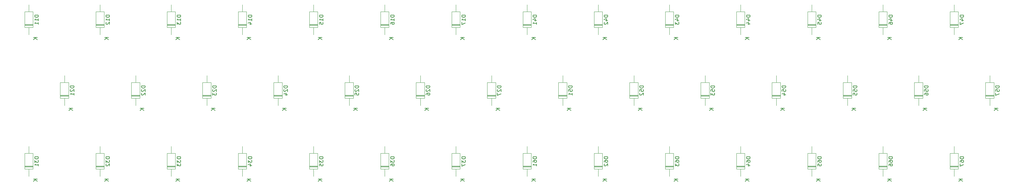
<source format=gbo>
G04 #@! TF.GenerationSoftware,KiCad,Pcbnew,5.0.0-rc1-44a33f2~62~ubuntu16.04.1*
G04 #@! TF.CreationDate,2018-03-08T22:41:24+01:00*
G04 #@! TF.ProjectId,midi314,6D6964693331342E6B696361645F7063,rev?*
G04 #@! TF.SameCoordinates,Original*
G04 #@! TF.FileFunction,Legend,Bot*
G04 #@! TF.FilePolarity,Positive*
%FSLAX46Y46*%
G04 Gerber Fmt 4.6, Leading zero omitted, Abs format (unit mm)*
G04 Created by KiCad (PCBNEW 5.0.0-rc1-44a33f2~62~ubuntu16.04.1) date Thu Mar  8 22:41:24 2018*
%MOMM*%
%LPD*%
G01*
G04 APERTURE LIST*
%ADD10C,0.120000*%
%ADD11C,0.150000*%
G04 APERTURE END LIST*
D10*
X84940000Y-138680000D02*
X82700000Y-138680000D01*
X84940000Y-138440000D02*
X82700000Y-138440000D01*
X84940000Y-138560000D02*
X82700000Y-138560000D01*
X83820000Y-133120000D02*
X83820000Y-135040000D01*
X83820000Y-141200000D02*
X83820000Y-139280000D01*
X84940000Y-135040000D02*
X84940000Y-139280000D01*
X82700000Y-135040000D02*
X84940000Y-135040000D01*
X82700000Y-139280000D02*
X82700000Y-135040000D01*
X84940000Y-139280000D02*
X82700000Y-139280000D01*
X103990000Y-138680000D02*
X101750000Y-138680000D01*
X103990000Y-138440000D02*
X101750000Y-138440000D01*
X103990000Y-138560000D02*
X101750000Y-138560000D01*
X102870000Y-133120000D02*
X102870000Y-135040000D01*
X102870000Y-141200000D02*
X102870000Y-139280000D01*
X103990000Y-135040000D02*
X103990000Y-139280000D01*
X101750000Y-135040000D02*
X103990000Y-135040000D01*
X101750000Y-139280000D02*
X101750000Y-135040000D01*
X103990000Y-139280000D02*
X101750000Y-139280000D01*
X123040000Y-138680000D02*
X120800000Y-138680000D01*
X123040000Y-138440000D02*
X120800000Y-138440000D01*
X123040000Y-138560000D02*
X120800000Y-138560000D01*
X121920000Y-133120000D02*
X121920000Y-135040000D01*
X121920000Y-141200000D02*
X121920000Y-139280000D01*
X123040000Y-135040000D02*
X123040000Y-139280000D01*
X120800000Y-135040000D02*
X123040000Y-135040000D01*
X120800000Y-139280000D02*
X120800000Y-135040000D01*
X123040000Y-139280000D02*
X120800000Y-139280000D01*
X142090000Y-138680000D02*
X139850000Y-138680000D01*
X142090000Y-138440000D02*
X139850000Y-138440000D01*
X142090000Y-138560000D02*
X139850000Y-138560000D01*
X140970000Y-133120000D02*
X140970000Y-135040000D01*
X140970000Y-141200000D02*
X140970000Y-139280000D01*
X142090000Y-135040000D02*
X142090000Y-139280000D01*
X139850000Y-135040000D02*
X142090000Y-135040000D01*
X139850000Y-139280000D02*
X139850000Y-135040000D01*
X142090000Y-139280000D02*
X139850000Y-139280000D01*
X161140000Y-138680000D02*
X158900000Y-138680000D01*
X161140000Y-138440000D02*
X158900000Y-138440000D01*
X161140000Y-138560000D02*
X158900000Y-138560000D01*
X160020000Y-133120000D02*
X160020000Y-135040000D01*
X160020000Y-141200000D02*
X160020000Y-139280000D01*
X161140000Y-135040000D02*
X161140000Y-139280000D01*
X158900000Y-135040000D02*
X161140000Y-135040000D01*
X158900000Y-139280000D02*
X158900000Y-135040000D01*
X161140000Y-139280000D02*
X158900000Y-139280000D01*
X180190000Y-138680000D02*
X177950000Y-138680000D01*
X180190000Y-138440000D02*
X177950000Y-138440000D01*
X180190000Y-138560000D02*
X177950000Y-138560000D01*
X179070000Y-133120000D02*
X179070000Y-135040000D01*
X179070000Y-141200000D02*
X179070000Y-139280000D01*
X180190000Y-135040000D02*
X180190000Y-139280000D01*
X177950000Y-135040000D02*
X180190000Y-135040000D01*
X177950000Y-139280000D02*
X177950000Y-135040000D01*
X180190000Y-139280000D02*
X177950000Y-139280000D01*
X199240000Y-138680000D02*
X197000000Y-138680000D01*
X199240000Y-138440000D02*
X197000000Y-138440000D01*
X199240000Y-138560000D02*
X197000000Y-138560000D01*
X198120000Y-133120000D02*
X198120000Y-135040000D01*
X198120000Y-141200000D02*
X198120000Y-139280000D01*
X199240000Y-135040000D02*
X199240000Y-139280000D01*
X197000000Y-135040000D02*
X199240000Y-135040000D01*
X197000000Y-139280000D02*
X197000000Y-135040000D01*
X199240000Y-139280000D02*
X197000000Y-139280000D01*
X94465000Y-157730000D02*
X92225000Y-157730000D01*
X94465000Y-157490000D02*
X92225000Y-157490000D01*
X94465000Y-157610000D02*
X92225000Y-157610000D01*
X93345000Y-152170000D02*
X93345000Y-154090000D01*
X93345000Y-160250000D02*
X93345000Y-158330000D01*
X94465000Y-154090000D02*
X94465000Y-158330000D01*
X92225000Y-154090000D02*
X94465000Y-154090000D01*
X92225000Y-158330000D02*
X92225000Y-154090000D01*
X94465000Y-158330000D02*
X92225000Y-158330000D01*
X113515000Y-157730000D02*
X111275000Y-157730000D01*
X113515000Y-157490000D02*
X111275000Y-157490000D01*
X113515000Y-157610000D02*
X111275000Y-157610000D01*
X112395000Y-152170000D02*
X112395000Y-154090000D01*
X112395000Y-160250000D02*
X112395000Y-158330000D01*
X113515000Y-154090000D02*
X113515000Y-158330000D01*
X111275000Y-154090000D02*
X113515000Y-154090000D01*
X111275000Y-158330000D02*
X111275000Y-154090000D01*
X113515000Y-158330000D02*
X111275000Y-158330000D01*
X132565000Y-157730000D02*
X130325000Y-157730000D01*
X132565000Y-157490000D02*
X130325000Y-157490000D01*
X132565000Y-157610000D02*
X130325000Y-157610000D01*
X131445000Y-152170000D02*
X131445000Y-154090000D01*
X131445000Y-160250000D02*
X131445000Y-158330000D01*
X132565000Y-154090000D02*
X132565000Y-158330000D01*
X130325000Y-154090000D02*
X132565000Y-154090000D01*
X130325000Y-158330000D02*
X130325000Y-154090000D01*
X132565000Y-158330000D02*
X130325000Y-158330000D01*
X151615000Y-157730000D02*
X149375000Y-157730000D01*
X151615000Y-157490000D02*
X149375000Y-157490000D01*
X151615000Y-157610000D02*
X149375000Y-157610000D01*
X150495000Y-152170000D02*
X150495000Y-154090000D01*
X150495000Y-160250000D02*
X150495000Y-158330000D01*
X151615000Y-154090000D02*
X151615000Y-158330000D01*
X149375000Y-154090000D02*
X151615000Y-154090000D01*
X149375000Y-158330000D02*
X149375000Y-154090000D01*
X151615000Y-158330000D02*
X149375000Y-158330000D01*
X170665000Y-157730000D02*
X168425000Y-157730000D01*
X170665000Y-157490000D02*
X168425000Y-157490000D01*
X170665000Y-157610000D02*
X168425000Y-157610000D01*
X169545000Y-152170000D02*
X169545000Y-154090000D01*
X169545000Y-160250000D02*
X169545000Y-158330000D01*
X170665000Y-154090000D02*
X170665000Y-158330000D01*
X168425000Y-154090000D02*
X170665000Y-154090000D01*
X168425000Y-158330000D02*
X168425000Y-154090000D01*
X170665000Y-158330000D02*
X168425000Y-158330000D01*
X189715000Y-157730000D02*
X187475000Y-157730000D01*
X189715000Y-157490000D02*
X187475000Y-157490000D01*
X189715000Y-157610000D02*
X187475000Y-157610000D01*
X188595000Y-152170000D02*
X188595000Y-154090000D01*
X188595000Y-160250000D02*
X188595000Y-158330000D01*
X189715000Y-154090000D02*
X189715000Y-158330000D01*
X187475000Y-154090000D02*
X189715000Y-154090000D01*
X187475000Y-158330000D02*
X187475000Y-154090000D01*
X189715000Y-158330000D02*
X187475000Y-158330000D01*
X208765000Y-157730000D02*
X206525000Y-157730000D01*
X208765000Y-157490000D02*
X206525000Y-157490000D01*
X208765000Y-157610000D02*
X206525000Y-157610000D01*
X207645000Y-152170000D02*
X207645000Y-154090000D01*
X207645000Y-160250000D02*
X207645000Y-158330000D01*
X208765000Y-154090000D02*
X208765000Y-158330000D01*
X206525000Y-154090000D02*
X208765000Y-154090000D01*
X206525000Y-158330000D02*
X206525000Y-154090000D01*
X208765000Y-158330000D02*
X206525000Y-158330000D01*
X84940000Y-176780000D02*
X82700000Y-176780000D01*
X84940000Y-176540000D02*
X82700000Y-176540000D01*
X84940000Y-176660000D02*
X82700000Y-176660000D01*
X83820000Y-171220000D02*
X83820000Y-173140000D01*
X83820000Y-179300000D02*
X83820000Y-177380000D01*
X84940000Y-173140000D02*
X84940000Y-177380000D01*
X82700000Y-173140000D02*
X84940000Y-173140000D01*
X82700000Y-177380000D02*
X82700000Y-173140000D01*
X84940000Y-177380000D02*
X82700000Y-177380000D01*
X103990000Y-176780000D02*
X101750000Y-176780000D01*
X103990000Y-176540000D02*
X101750000Y-176540000D01*
X103990000Y-176660000D02*
X101750000Y-176660000D01*
X102870000Y-171220000D02*
X102870000Y-173140000D01*
X102870000Y-179300000D02*
X102870000Y-177380000D01*
X103990000Y-173140000D02*
X103990000Y-177380000D01*
X101750000Y-173140000D02*
X103990000Y-173140000D01*
X101750000Y-177380000D02*
X101750000Y-173140000D01*
X103990000Y-177380000D02*
X101750000Y-177380000D01*
X123040000Y-176780000D02*
X120800000Y-176780000D01*
X123040000Y-176540000D02*
X120800000Y-176540000D01*
X123040000Y-176660000D02*
X120800000Y-176660000D01*
X121920000Y-171220000D02*
X121920000Y-173140000D01*
X121920000Y-179300000D02*
X121920000Y-177380000D01*
X123040000Y-173140000D02*
X123040000Y-177380000D01*
X120800000Y-173140000D02*
X123040000Y-173140000D01*
X120800000Y-177380000D02*
X120800000Y-173140000D01*
X123040000Y-177380000D02*
X120800000Y-177380000D01*
X142090000Y-176780000D02*
X139850000Y-176780000D01*
X142090000Y-176540000D02*
X139850000Y-176540000D01*
X142090000Y-176660000D02*
X139850000Y-176660000D01*
X140970000Y-171220000D02*
X140970000Y-173140000D01*
X140970000Y-179300000D02*
X140970000Y-177380000D01*
X142090000Y-173140000D02*
X142090000Y-177380000D01*
X139850000Y-173140000D02*
X142090000Y-173140000D01*
X139850000Y-177380000D02*
X139850000Y-173140000D01*
X142090000Y-177380000D02*
X139850000Y-177380000D01*
X161140000Y-176780000D02*
X158900000Y-176780000D01*
X161140000Y-176540000D02*
X158900000Y-176540000D01*
X161140000Y-176660000D02*
X158900000Y-176660000D01*
X160020000Y-171220000D02*
X160020000Y-173140000D01*
X160020000Y-179300000D02*
X160020000Y-177380000D01*
X161140000Y-173140000D02*
X161140000Y-177380000D01*
X158900000Y-173140000D02*
X161140000Y-173140000D01*
X158900000Y-177380000D02*
X158900000Y-173140000D01*
X161140000Y-177380000D02*
X158900000Y-177380000D01*
X180190000Y-176780000D02*
X177950000Y-176780000D01*
X180190000Y-176540000D02*
X177950000Y-176540000D01*
X180190000Y-176660000D02*
X177950000Y-176660000D01*
X179070000Y-171220000D02*
X179070000Y-173140000D01*
X179070000Y-179300000D02*
X179070000Y-177380000D01*
X180190000Y-173140000D02*
X180190000Y-177380000D01*
X177950000Y-173140000D02*
X180190000Y-173140000D01*
X177950000Y-177380000D02*
X177950000Y-173140000D01*
X180190000Y-177380000D02*
X177950000Y-177380000D01*
X199240000Y-176780000D02*
X197000000Y-176780000D01*
X199240000Y-176540000D02*
X197000000Y-176540000D01*
X199240000Y-176660000D02*
X197000000Y-176660000D01*
X198120000Y-171220000D02*
X198120000Y-173140000D01*
X198120000Y-179300000D02*
X198120000Y-177380000D01*
X199240000Y-173140000D02*
X199240000Y-177380000D01*
X197000000Y-173140000D02*
X199240000Y-173140000D01*
X197000000Y-177380000D02*
X197000000Y-173140000D01*
X199240000Y-177380000D02*
X197000000Y-177380000D01*
X218290000Y-138680000D02*
X216050000Y-138680000D01*
X218290000Y-138440000D02*
X216050000Y-138440000D01*
X218290000Y-138560000D02*
X216050000Y-138560000D01*
X217170000Y-133120000D02*
X217170000Y-135040000D01*
X217170000Y-141200000D02*
X217170000Y-139280000D01*
X218290000Y-135040000D02*
X218290000Y-139280000D01*
X216050000Y-135040000D02*
X218290000Y-135040000D01*
X216050000Y-139280000D02*
X216050000Y-135040000D01*
X218290000Y-139280000D02*
X216050000Y-139280000D01*
X237340000Y-138680000D02*
X235100000Y-138680000D01*
X237340000Y-138440000D02*
X235100000Y-138440000D01*
X237340000Y-138560000D02*
X235100000Y-138560000D01*
X236220000Y-133120000D02*
X236220000Y-135040000D01*
X236220000Y-141200000D02*
X236220000Y-139280000D01*
X237340000Y-135040000D02*
X237340000Y-139280000D01*
X235100000Y-135040000D02*
X237340000Y-135040000D01*
X235100000Y-139280000D02*
X235100000Y-135040000D01*
X237340000Y-139280000D02*
X235100000Y-139280000D01*
X256390000Y-138680000D02*
X254150000Y-138680000D01*
X256390000Y-138440000D02*
X254150000Y-138440000D01*
X256390000Y-138560000D02*
X254150000Y-138560000D01*
X255270000Y-133120000D02*
X255270000Y-135040000D01*
X255270000Y-141200000D02*
X255270000Y-139280000D01*
X256390000Y-135040000D02*
X256390000Y-139280000D01*
X254150000Y-135040000D02*
X256390000Y-135040000D01*
X254150000Y-139280000D02*
X254150000Y-135040000D01*
X256390000Y-139280000D02*
X254150000Y-139280000D01*
X275440000Y-138680000D02*
X273200000Y-138680000D01*
X275440000Y-138440000D02*
X273200000Y-138440000D01*
X275440000Y-138560000D02*
X273200000Y-138560000D01*
X274320000Y-133120000D02*
X274320000Y-135040000D01*
X274320000Y-141200000D02*
X274320000Y-139280000D01*
X275440000Y-135040000D02*
X275440000Y-139280000D01*
X273200000Y-135040000D02*
X275440000Y-135040000D01*
X273200000Y-139280000D02*
X273200000Y-135040000D01*
X275440000Y-139280000D02*
X273200000Y-139280000D01*
X294490000Y-138680000D02*
X292250000Y-138680000D01*
X294490000Y-138440000D02*
X292250000Y-138440000D01*
X294490000Y-138560000D02*
X292250000Y-138560000D01*
X293370000Y-133120000D02*
X293370000Y-135040000D01*
X293370000Y-141200000D02*
X293370000Y-139280000D01*
X294490000Y-135040000D02*
X294490000Y-139280000D01*
X292250000Y-135040000D02*
X294490000Y-135040000D01*
X292250000Y-139280000D02*
X292250000Y-135040000D01*
X294490000Y-139280000D02*
X292250000Y-139280000D01*
X313540000Y-138680000D02*
X311300000Y-138680000D01*
X313540000Y-138440000D02*
X311300000Y-138440000D01*
X313540000Y-138560000D02*
X311300000Y-138560000D01*
X312420000Y-133120000D02*
X312420000Y-135040000D01*
X312420000Y-141200000D02*
X312420000Y-139280000D01*
X313540000Y-135040000D02*
X313540000Y-139280000D01*
X311300000Y-135040000D02*
X313540000Y-135040000D01*
X311300000Y-139280000D02*
X311300000Y-135040000D01*
X313540000Y-139280000D02*
X311300000Y-139280000D01*
X332590000Y-138680000D02*
X330350000Y-138680000D01*
X332590000Y-138440000D02*
X330350000Y-138440000D01*
X332590000Y-138560000D02*
X330350000Y-138560000D01*
X331470000Y-133120000D02*
X331470000Y-135040000D01*
X331470000Y-141200000D02*
X331470000Y-139280000D01*
X332590000Y-135040000D02*
X332590000Y-139280000D01*
X330350000Y-135040000D02*
X332590000Y-135040000D01*
X330350000Y-139280000D02*
X330350000Y-135040000D01*
X332590000Y-139280000D02*
X330350000Y-139280000D01*
X227815000Y-157730000D02*
X225575000Y-157730000D01*
X227815000Y-157490000D02*
X225575000Y-157490000D01*
X227815000Y-157610000D02*
X225575000Y-157610000D01*
X226695000Y-152170000D02*
X226695000Y-154090000D01*
X226695000Y-160250000D02*
X226695000Y-158330000D01*
X227815000Y-154090000D02*
X227815000Y-158330000D01*
X225575000Y-154090000D02*
X227815000Y-154090000D01*
X225575000Y-158330000D02*
X225575000Y-154090000D01*
X227815000Y-158330000D02*
X225575000Y-158330000D01*
X246865000Y-157730000D02*
X244625000Y-157730000D01*
X246865000Y-157490000D02*
X244625000Y-157490000D01*
X246865000Y-157610000D02*
X244625000Y-157610000D01*
X245745000Y-152170000D02*
X245745000Y-154090000D01*
X245745000Y-160250000D02*
X245745000Y-158330000D01*
X246865000Y-154090000D02*
X246865000Y-158330000D01*
X244625000Y-154090000D02*
X246865000Y-154090000D01*
X244625000Y-158330000D02*
X244625000Y-154090000D01*
X246865000Y-158330000D02*
X244625000Y-158330000D01*
X265915000Y-157730000D02*
X263675000Y-157730000D01*
X265915000Y-157490000D02*
X263675000Y-157490000D01*
X265915000Y-157610000D02*
X263675000Y-157610000D01*
X264795000Y-152170000D02*
X264795000Y-154090000D01*
X264795000Y-160250000D02*
X264795000Y-158330000D01*
X265915000Y-154090000D02*
X265915000Y-158330000D01*
X263675000Y-154090000D02*
X265915000Y-154090000D01*
X263675000Y-158330000D02*
X263675000Y-154090000D01*
X265915000Y-158330000D02*
X263675000Y-158330000D01*
X284965000Y-157730000D02*
X282725000Y-157730000D01*
X284965000Y-157490000D02*
X282725000Y-157490000D01*
X284965000Y-157610000D02*
X282725000Y-157610000D01*
X283845000Y-152170000D02*
X283845000Y-154090000D01*
X283845000Y-160250000D02*
X283845000Y-158330000D01*
X284965000Y-154090000D02*
X284965000Y-158330000D01*
X282725000Y-154090000D02*
X284965000Y-154090000D01*
X282725000Y-158330000D02*
X282725000Y-154090000D01*
X284965000Y-158330000D02*
X282725000Y-158330000D01*
X304015000Y-157730000D02*
X301775000Y-157730000D01*
X304015000Y-157490000D02*
X301775000Y-157490000D01*
X304015000Y-157610000D02*
X301775000Y-157610000D01*
X302895000Y-152170000D02*
X302895000Y-154090000D01*
X302895000Y-160250000D02*
X302895000Y-158330000D01*
X304015000Y-154090000D02*
X304015000Y-158330000D01*
X301775000Y-154090000D02*
X304015000Y-154090000D01*
X301775000Y-158330000D02*
X301775000Y-154090000D01*
X304015000Y-158330000D02*
X301775000Y-158330000D01*
X323065000Y-157730000D02*
X320825000Y-157730000D01*
X323065000Y-157490000D02*
X320825000Y-157490000D01*
X323065000Y-157610000D02*
X320825000Y-157610000D01*
X321945000Y-152170000D02*
X321945000Y-154090000D01*
X321945000Y-160250000D02*
X321945000Y-158330000D01*
X323065000Y-154090000D02*
X323065000Y-158330000D01*
X320825000Y-154090000D02*
X323065000Y-154090000D01*
X320825000Y-158330000D02*
X320825000Y-154090000D01*
X323065000Y-158330000D02*
X320825000Y-158330000D01*
X342115000Y-157730000D02*
X339875000Y-157730000D01*
X342115000Y-157490000D02*
X339875000Y-157490000D01*
X342115000Y-157610000D02*
X339875000Y-157610000D01*
X340995000Y-152170000D02*
X340995000Y-154090000D01*
X340995000Y-160250000D02*
X340995000Y-158330000D01*
X342115000Y-154090000D02*
X342115000Y-158330000D01*
X339875000Y-154090000D02*
X342115000Y-154090000D01*
X339875000Y-158330000D02*
X339875000Y-154090000D01*
X342115000Y-158330000D02*
X339875000Y-158330000D01*
X218290000Y-176780000D02*
X216050000Y-176780000D01*
X218290000Y-176540000D02*
X216050000Y-176540000D01*
X218290000Y-176660000D02*
X216050000Y-176660000D01*
X217170000Y-171220000D02*
X217170000Y-173140000D01*
X217170000Y-179300000D02*
X217170000Y-177380000D01*
X218290000Y-173140000D02*
X218290000Y-177380000D01*
X216050000Y-173140000D02*
X218290000Y-173140000D01*
X216050000Y-177380000D02*
X216050000Y-173140000D01*
X218290000Y-177380000D02*
X216050000Y-177380000D01*
X237340000Y-176780000D02*
X235100000Y-176780000D01*
X237340000Y-176540000D02*
X235100000Y-176540000D01*
X237340000Y-176660000D02*
X235100000Y-176660000D01*
X236220000Y-171220000D02*
X236220000Y-173140000D01*
X236220000Y-179300000D02*
X236220000Y-177380000D01*
X237340000Y-173140000D02*
X237340000Y-177380000D01*
X235100000Y-173140000D02*
X237340000Y-173140000D01*
X235100000Y-177380000D02*
X235100000Y-173140000D01*
X237340000Y-177380000D02*
X235100000Y-177380000D01*
X256390000Y-176780000D02*
X254150000Y-176780000D01*
X256390000Y-176540000D02*
X254150000Y-176540000D01*
X256390000Y-176660000D02*
X254150000Y-176660000D01*
X255270000Y-171220000D02*
X255270000Y-173140000D01*
X255270000Y-179300000D02*
X255270000Y-177380000D01*
X256390000Y-173140000D02*
X256390000Y-177380000D01*
X254150000Y-173140000D02*
X256390000Y-173140000D01*
X254150000Y-177380000D02*
X254150000Y-173140000D01*
X256390000Y-177380000D02*
X254150000Y-177380000D01*
X275440000Y-176780000D02*
X273200000Y-176780000D01*
X275440000Y-176540000D02*
X273200000Y-176540000D01*
X275440000Y-176660000D02*
X273200000Y-176660000D01*
X274320000Y-171220000D02*
X274320000Y-173140000D01*
X274320000Y-179300000D02*
X274320000Y-177380000D01*
X275440000Y-173140000D02*
X275440000Y-177380000D01*
X273200000Y-173140000D02*
X275440000Y-173140000D01*
X273200000Y-177380000D02*
X273200000Y-173140000D01*
X275440000Y-177380000D02*
X273200000Y-177380000D01*
X294490000Y-176780000D02*
X292250000Y-176780000D01*
X294490000Y-176540000D02*
X292250000Y-176540000D01*
X294490000Y-176660000D02*
X292250000Y-176660000D01*
X293370000Y-171220000D02*
X293370000Y-173140000D01*
X293370000Y-179300000D02*
X293370000Y-177380000D01*
X294490000Y-173140000D02*
X294490000Y-177380000D01*
X292250000Y-173140000D02*
X294490000Y-173140000D01*
X292250000Y-177380000D02*
X292250000Y-173140000D01*
X294490000Y-177380000D02*
X292250000Y-177380000D01*
X313540000Y-176780000D02*
X311300000Y-176780000D01*
X313540000Y-176540000D02*
X311300000Y-176540000D01*
X313540000Y-176660000D02*
X311300000Y-176660000D01*
X312420000Y-171220000D02*
X312420000Y-173140000D01*
X312420000Y-179300000D02*
X312420000Y-177380000D01*
X313540000Y-173140000D02*
X313540000Y-177380000D01*
X311300000Y-173140000D02*
X313540000Y-173140000D01*
X311300000Y-177380000D02*
X311300000Y-173140000D01*
X313540000Y-177380000D02*
X311300000Y-177380000D01*
X332590000Y-176780000D02*
X330350000Y-176780000D01*
X332590000Y-176540000D02*
X330350000Y-176540000D01*
X332590000Y-176660000D02*
X330350000Y-176660000D01*
X331470000Y-171220000D02*
X331470000Y-173140000D01*
X331470000Y-179300000D02*
X331470000Y-177380000D01*
X332590000Y-173140000D02*
X332590000Y-177380000D01*
X330350000Y-173140000D02*
X332590000Y-173140000D01*
X330350000Y-177380000D02*
X330350000Y-173140000D01*
X332590000Y-177380000D02*
X330350000Y-177380000D01*
D11*
X86392380Y-135945714D02*
X85392380Y-135945714D01*
X85392380Y-136183809D01*
X85440000Y-136326666D01*
X85535238Y-136421904D01*
X85630476Y-136469523D01*
X85820952Y-136517142D01*
X85963809Y-136517142D01*
X86154285Y-136469523D01*
X86249523Y-136421904D01*
X86344761Y-136326666D01*
X86392380Y-136183809D01*
X86392380Y-135945714D01*
X86392380Y-137469523D02*
X86392380Y-136898095D01*
X86392380Y-137183809D02*
X85392380Y-137183809D01*
X85535238Y-137088571D01*
X85630476Y-136993333D01*
X85678095Y-136898095D01*
X86392380Y-138421904D02*
X86392380Y-137850476D01*
X86392380Y-138136190D02*
X85392380Y-138136190D01*
X85535238Y-138040952D01*
X85630476Y-137945714D01*
X85678095Y-137850476D01*
X86072380Y-141978095D02*
X85072380Y-141978095D01*
X86072380Y-142549523D02*
X85500952Y-142120952D01*
X85072380Y-142549523D02*
X85643809Y-141978095D01*
X105442380Y-135945714D02*
X104442380Y-135945714D01*
X104442380Y-136183809D01*
X104490000Y-136326666D01*
X104585238Y-136421904D01*
X104680476Y-136469523D01*
X104870952Y-136517142D01*
X105013809Y-136517142D01*
X105204285Y-136469523D01*
X105299523Y-136421904D01*
X105394761Y-136326666D01*
X105442380Y-136183809D01*
X105442380Y-135945714D01*
X105442380Y-137469523D02*
X105442380Y-136898095D01*
X105442380Y-137183809D02*
X104442380Y-137183809D01*
X104585238Y-137088571D01*
X104680476Y-136993333D01*
X104728095Y-136898095D01*
X104537619Y-137850476D02*
X104490000Y-137898095D01*
X104442380Y-137993333D01*
X104442380Y-138231428D01*
X104490000Y-138326666D01*
X104537619Y-138374285D01*
X104632857Y-138421904D01*
X104728095Y-138421904D01*
X104870952Y-138374285D01*
X105442380Y-137802857D01*
X105442380Y-138421904D01*
X105122380Y-141978095D02*
X104122380Y-141978095D01*
X105122380Y-142549523D02*
X104550952Y-142120952D01*
X104122380Y-142549523D02*
X104693809Y-141978095D01*
X124492380Y-135945714D02*
X123492380Y-135945714D01*
X123492380Y-136183809D01*
X123540000Y-136326666D01*
X123635238Y-136421904D01*
X123730476Y-136469523D01*
X123920952Y-136517142D01*
X124063809Y-136517142D01*
X124254285Y-136469523D01*
X124349523Y-136421904D01*
X124444761Y-136326666D01*
X124492380Y-136183809D01*
X124492380Y-135945714D01*
X124492380Y-137469523D02*
X124492380Y-136898095D01*
X124492380Y-137183809D02*
X123492380Y-137183809D01*
X123635238Y-137088571D01*
X123730476Y-136993333D01*
X123778095Y-136898095D01*
X123492380Y-137802857D02*
X123492380Y-138421904D01*
X123873333Y-138088571D01*
X123873333Y-138231428D01*
X123920952Y-138326666D01*
X123968571Y-138374285D01*
X124063809Y-138421904D01*
X124301904Y-138421904D01*
X124397142Y-138374285D01*
X124444761Y-138326666D01*
X124492380Y-138231428D01*
X124492380Y-137945714D01*
X124444761Y-137850476D01*
X124397142Y-137802857D01*
X124172380Y-141978095D02*
X123172380Y-141978095D01*
X124172380Y-142549523D02*
X123600952Y-142120952D01*
X123172380Y-142549523D02*
X123743809Y-141978095D01*
X143542380Y-135945714D02*
X142542380Y-135945714D01*
X142542380Y-136183809D01*
X142590000Y-136326666D01*
X142685238Y-136421904D01*
X142780476Y-136469523D01*
X142970952Y-136517142D01*
X143113809Y-136517142D01*
X143304285Y-136469523D01*
X143399523Y-136421904D01*
X143494761Y-136326666D01*
X143542380Y-136183809D01*
X143542380Y-135945714D01*
X143542380Y-137469523D02*
X143542380Y-136898095D01*
X143542380Y-137183809D02*
X142542380Y-137183809D01*
X142685238Y-137088571D01*
X142780476Y-136993333D01*
X142828095Y-136898095D01*
X142875714Y-138326666D02*
X143542380Y-138326666D01*
X142494761Y-138088571D02*
X143209047Y-137850476D01*
X143209047Y-138469523D01*
X143222380Y-141978095D02*
X142222380Y-141978095D01*
X143222380Y-142549523D02*
X142650952Y-142120952D01*
X142222380Y-142549523D02*
X142793809Y-141978095D01*
X162592380Y-135945714D02*
X161592380Y-135945714D01*
X161592380Y-136183809D01*
X161640000Y-136326666D01*
X161735238Y-136421904D01*
X161830476Y-136469523D01*
X162020952Y-136517142D01*
X162163809Y-136517142D01*
X162354285Y-136469523D01*
X162449523Y-136421904D01*
X162544761Y-136326666D01*
X162592380Y-136183809D01*
X162592380Y-135945714D01*
X162592380Y-137469523D02*
X162592380Y-136898095D01*
X162592380Y-137183809D02*
X161592380Y-137183809D01*
X161735238Y-137088571D01*
X161830476Y-136993333D01*
X161878095Y-136898095D01*
X161592380Y-138374285D02*
X161592380Y-137898095D01*
X162068571Y-137850476D01*
X162020952Y-137898095D01*
X161973333Y-137993333D01*
X161973333Y-138231428D01*
X162020952Y-138326666D01*
X162068571Y-138374285D01*
X162163809Y-138421904D01*
X162401904Y-138421904D01*
X162497142Y-138374285D01*
X162544761Y-138326666D01*
X162592380Y-138231428D01*
X162592380Y-137993333D01*
X162544761Y-137898095D01*
X162497142Y-137850476D01*
X162272380Y-141978095D02*
X161272380Y-141978095D01*
X162272380Y-142549523D02*
X161700952Y-142120952D01*
X161272380Y-142549523D02*
X161843809Y-141978095D01*
X181642380Y-135945714D02*
X180642380Y-135945714D01*
X180642380Y-136183809D01*
X180690000Y-136326666D01*
X180785238Y-136421904D01*
X180880476Y-136469523D01*
X181070952Y-136517142D01*
X181213809Y-136517142D01*
X181404285Y-136469523D01*
X181499523Y-136421904D01*
X181594761Y-136326666D01*
X181642380Y-136183809D01*
X181642380Y-135945714D01*
X181642380Y-137469523D02*
X181642380Y-136898095D01*
X181642380Y-137183809D02*
X180642380Y-137183809D01*
X180785238Y-137088571D01*
X180880476Y-136993333D01*
X180928095Y-136898095D01*
X180642380Y-138326666D02*
X180642380Y-138136190D01*
X180690000Y-138040952D01*
X180737619Y-137993333D01*
X180880476Y-137898095D01*
X181070952Y-137850476D01*
X181451904Y-137850476D01*
X181547142Y-137898095D01*
X181594761Y-137945714D01*
X181642380Y-138040952D01*
X181642380Y-138231428D01*
X181594761Y-138326666D01*
X181547142Y-138374285D01*
X181451904Y-138421904D01*
X181213809Y-138421904D01*
X181118571Y-138374285D01*
X181070952Y-138326666D01*
X181023333Y-138231428D01*
X181023333Y-138040952D01*
X181070952Y-137945714D01*
X181118571Y-137898095D01*
X181213809Y-137850476D01*
X181322380Y-141978095D02*
X180322380Y-141978095D01*
X181322380Y-142549523D02*
X180750952Y-142120952D01*
X180322380Y-142549523D02*
X180893809Y-141978095D01*
X200692380Y-135945714D02*
X199692380Y-135945714D01*
X199692380Y-136183809D01*
X199740000Y-136326666D01*
X199835238Y-136421904D01*
X199930476Y-136469523D01*
X200120952Y-136517142D01*
X200263809Y-136517142D01*
X200454285Y-136469523D01*
X200549523Y-136421904D01*
X200644761Y-136326666D01*
X200692380Y-136183809D01*
X200692380Y-135945714D01*
X200692380Y-137469523D02*
X200692380Y-136898095D01*
X200692380Y-137183809D02*
X199692380Y-137183809D01*
X199835238Y-137088571D01*
X199930476Y-136993333D01*
X199978095Y-136898095D01*
X199692380Y-137802857D02*
X199692380Y-138469523D01*
X200692380Y-138040952D01*
X200372380Y-141978095D02*
X199372380Y-141978095D01*
X200372380Y-142549523D02*
X199800952Y-142120952D01*
X199372380Y-142549523D02*
X199943809Y-141978095D01*
X95917380Y-154995714D02*
X94917380Y-154995714D01*
X94917380Y-155233809D01*
X94965000Y-155376666D01*
X95060238Y-155471904D01*
X95155476Y-155519523D01*
X95345952Y-155567142D01*
X95488809Y-155567142D01*
X95679285Y-155519523D01*
X95774523Y-155471904D01*
X95869761Y-155376666D01*
X95917380Y-155233809D01*
X95917380Y-154995714D01*
X95012619Y-155948095D02*
X94965000Y-155995714D01*
X94917380Y-156090952D01*
X94917380Y-156329047D01*
X94965000Y-156424285D01*
X95012619Y-156471904D01*
X95107857Y-156519523D01*
X95203095Y-156519523D01*
X95345952Y-156471904D01*
X95917380Y-155900476D01*
X95917380Y-156519523D01*
X95917380Y-157471904D02*
X95917380Y-156900476D01*
X95917380Y-157186190D02*
X94917380Y-157186190D01*
X95060238Y-157090952D01*
X95155476Y-156995714D01*
X95203095Y-156900476D01*
X95597380Y-161028095D02*
X94597380Y-161028095D01*
X95597380Y-161599523D02*
X95025952Y-161170952D01*
X94597380Y-161599523D02*
X95168809Y-161028095D01*
X114967380Y-154995714D02*
X113967380Y-154995714D01*
X113967380Y-155233809D01*
X114015000Y-155376666D01*
X114110238Y-155471904D01*
X114205476Y-155519523D01*
X114395952Y-155567142D01*
X114538809Y-155567142D01*
X114729285Y-155519523D01*
X114824523Y-155471904D01*
X114919761Y-155376666D01*
X114967380Y-155233809D01*
X114967380Y-154995714D01*
X114062619Y-155948095D02*
X114015000Y-155995714D01*
X113967380Y-156090952D01*
X113967380Y-156329047D01*
X114015000Y-156424285D01*
X114062619Y-156471904D01*
X114157857Y-156519523D01*
X114253095Y-156519523D01*
X114395952Y-156471904D01*
X114967380Y-155900476D01*
X114967380Y-156519523D01*
X114062619Y-156900476D02*
X114015000Y-156948095D01*
X113967380Y-157043333D01*
X113967380Y-157281428D01*
X114015000Y-157376666D01*
X114062619Y-157424285D01*
X114157857Y-157471904D01*
X114253095Y-157471904D01*
X114395952Y-157424285D01*
X114967380Y-156852857D01*
X114967380Y-157471904D01*
X114647380Y-161028095D02*
X113647380Y-161028095D01*
X114647380Y-161599523D02*
X114075952Y-161170952D01*
X113647380Y-161599523D02*
X114218809Y-161028095D01*
X134017380Y-154995714D02*
X133017380Y-154995714D01*
X133017380Y-155233809D01*
X133065000Y-155376666D01*
X133160238Y-155471904D01*
X133255476Y-155519523D01*
X133445952Y-155567142D01*
X133588809Y-155567142D01*
X133779285Y-155519523D01*
X133874523Y-155471904D01*
X133969761Y-155376666D01*
X134017380Y-155233809D01*
X134017380Y-154995714D01*
X133112619Y-155948095D02*
X133065000Y-155995714D01*
X133017380Y-156090952D01*
X133017380Y-156329047D01*
X133065000Y-156424285D01*
X133112619Y-156471904D01*
X133207857Y-156519523D01*
X133303095Y-156519523D01*
X133445952Y-156471904D01*
X134017380Y-155900476D01*
X134017380Y-156519523D01*
X133017380Y-156852857D02*
X133017380Y-157471904D01*
X133398333Y-157138571D01*
X133398333Y-157281428D01*
X133445952Y-157376666D01*
X133493571Y-157424285D01*
X133588809Y-157471904D01*
X133826904Y-157471904D01*
X133922142Y-157424285D01*
X133969761Y-157376666D01*
X134017380Y-157281428D01*
X134017380Y-156995714D01*
X133969761Y-156900476D01*
X133922142Y-156852857D01*
X133697380Y-161028095D02*
X132697380Y-161028095D01*
X133697380Y-161599523D02*
X133125952Y-161170952D01*
X132697380Y-161599523D02*
X133268809Y-161028095D01*
X153067380Y-154995714D02*
X152067380Y-154995714D01*
X152067380Y-155233809D01*
X152115000Y-155376666D01*
X152210238Y-155471904D01*
X152305476Y-155519523D01*
X152495952Y-155567142D01*
X152638809Y-155567142D01*
X152829285Y-155519523D01*
X152924523Y-155471904D01*
X153019761Y-155376666D01*
X153067380Y-155233809D01*
X153067380Y-154995714D01*
X152162619Y-155948095D02*
X152115000Y-155995714D01*
X152067380Y-156090952D01*
X152067380Y-156329047D01*
X152115000Y-156424285D01*
X152162619Y-156471904D01*
X152257857Y-156519523D01*
X152353095Y-156519523D01*
X152495952Y-156471904D01*
X153067380Y-155900476D01*
X153067380Y-156519523D01*
X152400714Y-157376666D02*
X153067380Y-157376666D01*
X152019761Y-157138571D02*
X152734047Y-156900476D01*
X152734047Y-157519523D01*
X152747380Y-161028095D02*
X151747380Y-161028095D01*
X152747380Y-161599523D02*
X152175952Y-161170952D01*
X151747380Y-161599523D02*
X152318809Y-161028095D01*
X172117380Y-154995714D02*
X171117380Y-154995714D01*
X171117380Y-155233809D01*
X171165000Y-155376666D01*
X171260238Y-155471904D01*
X171355476Y-155519523D01*
X171545952Y-155567142D01*
X171688809Y-155567142D01*
X171879285Y-155519523D01*
X171974523Y-155471904D01*
X172069761Y-155376666D01*
X172117380Y-155233809D01*
X172117380Y-154995714D01*
X171212619Y-155948095D02*
X171165000Y-155995714D01*
X171117380Y-156090952D01*
X171117380Y-156329047D01*
X171165000Y-156424285D01*
X171212619Y-156471904D01*
X171307857Y-156519523D01*
X171403095Y-156519523D01*
X171545952Y-156471904D01*
X172117380Y-155900476D01*
X172117380Y-156519523D01*
X171117380Y-157424285D02*
X171117380Y-156948095D01*
X171593571Y-156900476D01*
X171545952Y-156948095D01*
X171498333Y-157043333D01*
X171498333Y-157281428D01*
X171545952Y-157376666D01*
X171593571Y-157424285D01*
X171688809Y-157471904D01*
X171926904Y-157471904D01*
X172022142Y-157424285D01*
X172069761Y-157376666D01*
X172117380Y-157281428D01*
X172117380Y-157043333D01*
X172069761Y-156948095D01*
X172022142Y-156900476D01*
X171797380Y-161028095D02*
X170797380Y-161028095D01*
X171797380Y-161599523D02*
X171225952Y-161170952D01*
X170797380Y-161599523D02*
X171368809Y-161028095D01*
X191167380Y-154995714D02*
X190167380Y-154995714D01*
X190167380Y-155233809D01*
X190215000Y-155376666D01*
X190310238Y-155471904D01*
X190405476Y-155519523D01*
X190595952Y-155567142D01*
X190738809Y-155567142D01*
X190929285Y-155519523D01*
X191024523Y-155471904D01*
X191119761Y-155376666D01*
X191167380Y-155233809D01*
X191167380Y-154995714D01*
X190262619Y-155948095D02*
X190215000Y-155995714D01*
X190167380Y-156090952D01*
X190167380Y-156329047D01*
X190215000Y-156424285D01*
X190262619Y-156471904D01*
X190357857Y-156519523D01*
X190453095Y-156519523D01*
X190595952Y-156471904D01*
X191167380Y-155900476D01*
X191167380Y-156519523D01*
X190167380Y-157376666D02*
X190167380Y-157186190D01*
X190215000Y-157090952D01*
X190262619Y-157043333D01*
X190405476Y-156948095D01*
X190595952Y-156900476D01*
X190976904Y-156900476D01*
X191072142Y-156948095D01*
X191119761Y-156995714D01*
X191167380Y-157090952D01*
X191167380Y-157281428D01*
X191119761Y-157376666D01*
X191072142Y-157424285D01*
X190976904Y-157471904D01*
X190738809Y-157471904D01*
X190643571Y-157424285D01*
X190595952Y-157376666D01*
X190548333Y-157281428D01*
X190548333Y-157090952D01*
X190595952Y-156995714D01*
X190643571Y-156948095D01*
X190738809Y-156900476D01*
X190847380Y-161028095D02*
X189847380Y-161028095D01*
X190847380Y-161599523D02*
X190275952Y-161170952D01*
X189847380Y-161599523D02*
X190418809Y-161028095D01*
X210217380Y-154995714D02*
X209217380Y-154995714D01*
X209217380Y-155233809D01*
X209265000Y-155376666D01*
X209360238Y-155471904D01*
X209455476Y-155519523D01*
X209645952Y-155567142D01*
X209788809Y-155567142D01*
X209979285Y-155519523D01*
X210074523Y-155471904D01*
X210169761Y-155376666D01*
X210217380Y-155233809D01*
X210217380Y-154995714D01*
X209312619Y-155948095D02*
X209265000Y-155995714D01*
X209217380Y-156090952D01*
X209217380Y-156329047D01*
X209265000Y-156424285D01*
X209312619Y-156471904D01*
X209407857Y-156519523D01*
X209503095Y-156519523D01*
X209645952Y-156471904D01*
X210217380Y-155900476D01*
X210217380Y-156519523D01*
X209217380Y-156852857D02*
X209217380Y-157519523D01*
X210217380Y-157090952D01*
X209897380Y-161028095D02*
X208897380Y-161028095D01*
X209897380Y-161599523D02*
X209325952Y-161170952D01*
X208897380Y-161599523D02*
X209468809Y-161028095D01*
X86392380Y-174045714D02*
X85392380Y-174045714D01*
X85392380Y-174283809D01*
X85440000Y-174426666D01*
X85535238Y-174521904D01*
X85630476Y-174569523D01*
X85820952Y-174617142D01*
X85963809Y-174617142D01*
X86154285Y-174569523D01*
X86249523Y-174521904D01*
X86344761Y-174426666D01*
X86392380Y-174283809D01*
X86392380Y-174045714D01*
X85392380Y-174950476D02*
X85392380Y-175569523D01*
X85773333Y-175236190D01*
X85773333Y-175379047D01*
X85820952Y-175474285D01*
X85868571Y-175521904D01*
X85963809Y-175569523D01*
X86201904Y-175569523D01*
X86297142Y-175521904D01*
X86344761Y-175474285D01*
X86392380Y-175379047D01*
X86392380Y-175093333D01*
X86344761Y-174998095D01*
X86297142Y-174950476D01*
X86392380Y-176521904D02*
X86392380Y-175950476D01*
X86392380Y-176236190D02*
X85392380Y-176236190D01*
X85535238Y-176140952D01*
X85630476Y-176045714D01*
X85678095Y-175950476D01*
X86072380Y-180078095D02*
X85072380Y-180078095D01*
X86072380Y-180649523D02*
X85500952Y-180220952D01*
X85072380Y-180649523D02*
X85643809Y-180078095D01*
X105442380Y-174045714D02*
X104442380Y-174045714D01*
X104442380Y-174283809D01*
X104490000Y-174426666D01*
X104585238Y-174521904D01*
X104680476Y-174569523D01*
X104870952Y-174617142D01*
X105013809Y-174617142D01*
X105204285Y-174569523D01*
X105299523Y-174521904D01*
X105394761Y-174426666D01*
X105442380Y-174283809D01*
X105442380Y-174045714D01*
X104442380Y-174950476D02*
X104442380Y-175569523D01*
X104823333Y-175236190D01*
X104823333Y-175379047D01*
X104870952Y-175474285D01*
X104918571Y-175521904D01*
X105013809Y-175569523D01*
X105251904Y-175569523D01*
X105347142Y-175521904D01*
X105394761Y-175474285D01*
X105442380Y-175379047D01*
X105442380Y-175093333D01*
X105394761Y-174998095D01*
X105347142Y-174950476D01*
X104537619Y-175950476D02*
X104490000Y-175998095D01*
X104442380Y-176093333D01*
X104442380Y-176331428D01*
X104490000Y-176426666D01*
X104537619Y-176474285D01*
X104632857Y-176521904D01*
X104728095Y-176521904D01*
X104870952Y-176474285D01*
X105442380Y-175902857D01*
X105442380Y-176521904D01*
X105122380Y-180078095D02*
X104122380Y-180078095D01*
X105122380Y-180649523D02*
X104550952Y-180220952D01*
X104122380Y-180649523D02*
X104693809Y-180078095D01*
X124492380Y-174045714D02*
X123492380Y-174045714D01*
X123492380Y-174283809D01*
X123540000Y-174426666D01*
X123635238Y-174521904D01*
X123730476Y-174569523D01*
X123920952Y-174617142D01*
X124063809Y-174617142D01*
X124254285Y-174569523D01*
X124349523Y-174521904D01*
X124444761Y-174426666D01*
X124492380Y-174283809D01*
X124492380Y-174045714D01*
X123492380Y-174950476D02*
X123492380Y-175569523D01*
X123873333Y-175236190D01*
X123873333Y-175379047D01*
X123920952Y-175474285D01*
X123968571Y-175521904D01*
X124063809Y-175569523D01*
X124301904Y-175569523D01*
X124397142Y-175521904D01*
X124444761Y-175474285D01*
X124492380Y-175379047D01*
X124492380Y-175093333D01*
X124444761Y-174998095D01*
X124397142Y-174950476D01*
X123492380Y-175902857D02*
X123492380Y-176521904D01*
X123873333Y-176188571D01*
X123873333Y-176331428D01*
X123920952Y-176426666D01*
X123968571Y-176474285D01*
X124063809Y-176521904D01*
X124301904Y-176521904D01*
X124397142Y-176474285D01*
X124444761Y-176426666D01*
X124492380Y-176331428D01*
X124492380Y-176045714D01*
X124444761Y-175950476D01*
X124397142Y-175902857D01*
X124172380Y-180078095D02*
X123172380Y-180078095D01*
X124172380Y-180649523D02*
X123600952Y-180220952D01*
X123172380Y-180649523D02*
X123743809Y-180078095D01*
X143542380Y-174045714D02*
X142542380Y-174045714D01*
X142542380Y-174283809D01*
X142590000Y-174426666D01*
X142685238Y-174521904D01*
X142780476Y-174569523D01*
X142970952Y-174617142D01*
X143113809Y-174617142D01*
X143304285Y-174569523D01*
X143399523Y-174521904D01*
X143494761Y-174426666D01*
X143542380Y-174283809D01*
X143542380Y-174045714D01*
X142542380Y-174950476D02*
X142542380Y-175569523D01*
X142923333Y-175236190D01*
X142923333Y-175379047D01*
X142970952Y-175474285D01*
X143018571Y-175521904D01*
X143113809Y-175569523D01*
X143351904Y-175569523D01*
X143447142Y-175521904D01*
X143494761Y-175474285D01*
X143542380Y-175379047D01*
X143542380Y-175093333D01*
X143494761Y-174998095D01*
X143447142Y-174950476D01*
X142875714Y-176426666D02*
X143542380Y-176426666D01*
X142494761Y-176188571D02*
X143209047Y-175950476D01*
X143209047Y-176569523D01*
X143222380Y-180078095D02*
X142222380Y-180078095D01*
X143222380Y-180649523D02*
X142650952Y-180220952D01*
X142222380Y-180649523D02*
X142793809Y-180078095D01*
X162592380Y-174045714D02*
X161592380Y-174045714D01*
X161592380Y-174283809D01*
X161640000Y-174426666D01*
X161735238Y-174521904D01*
X161830476Y-174569523D01*
X162020952Y-174617142D01*
X162163809Y-174617142D01*
X162354285Y-174569523D01*
X162449523Y-174521904D01*
X162544761Y-174426666D01*
X162592380Y-174283809D01*
X162592380Y-174045714D01*
X161592380Y-174950476D02*
X161592380Y-175569523D01*
X161973333Y-175236190D01*
X161973333Y-175379047D01*
X162020952Y-175474285D01*
X162068571Y-175521904D01*
X162163809Y-175569523D01*
X162401904Y-175569523D01*
X162497142Y-175521904D01*
X162544761Y-175474285D01*
X162592380Y-175379047D01*
X162592380Y-175093333D01*
X162544761Y-174998095D01*
X162497142Y-174950476D01*
X161592380Y-176474285D02*
X161592380Y-175998095D01*
X162068571Y-175950476D01*
X162020952Y-175998095D01*
X161973333Y-176093333D01*
X161973333Y-176331428D01*
X162020952Y-176426666D01*
X162068571Y-176474285D01*
X162163809Y-176521904D01*
X162401904Y-176521904D01*
X162497142Y-176474285D01*
X162544761Y-176426666D01*
X162592380Y-176331428D01*
X162592380Y-176093333D01*
X162544761Y-175998095D01*
X162497142Y-175950476D01*
X162272380Y-180078095D02*
X161272380Y-180078095D01*
X162272380Y-180649523D02*
X161700952Y-180220952D01*
X161272380Y-180649523D02*
X161843809Y-180078095D01*
X181642380Y-174045714D02*
X180642380Y-174045714D01*
X180642380Y-174283809D01*
X180690000Y-174426666D01*
X180785238Y-174521904D01*
X180880476Y-174569523D01*
X181070952Y-174617142D01*
X181213809Y-174617142D01*
X181404285Y-174569523D01*
X181499523Y-174521904D01*
X181594761Y-174426666D01*
X181642380Y-174283809D01*
X181642380Y-174045714D01*
X180642380Y-174950476D02*
X180642380Y-175569523D01*
X181023333Y-175236190D01*
X181023333Y-175379047D01*
X181070952Y-175474285D01*
X181118571Y-175521904D01*
X181213809Y-175569523D01*
X181451904Y-175569523D01*
X181547142Y-175521904D01*
X181594761Y-175474285D01*
X181642380Y-175379047D01*
X181642380Y-175093333D01*
X181594761Y-174998095D01*
X181547142Y-174950476D01*
X180642380Y-176426666D02*
X180642380Y-176236190D01*
X180690000Y-176140952D01*
X180737619Y-176093333D01*
X180880476Y-175998095D01*
X181070952Y-175950476D01*
X181451904Y-175950476D01*
X181547142Y-175998095D01*
X181594761Y-176045714D01*
X181642380Y-176140952D01*
X181642380Y-176331428D01*
X181594761Y-176426666D01*
X181547142Y-176474285D01*
X181451904Y-176521904D01*
X181213809Y-176521904D01*
X181118571Y-176474285D01*
X181070952Y-176426666D01*
X181023333Y-176331428D01*
X181023333Y-176140952D01*
X181070952Y-176045714D01*
X181118571Y-175998095D01*
X181213809Y-175950476D01*
X181322380Y-180078095D02*
X180322380Y-180078095D01*
X181322380Y-180649523D02*
X180750952Y-180220952D01*
X180322380Y-180649523D02*
X180893809Y-180078095D01*
X200692380Y-174045714D02*
X199692380Y-174045714D01*
X199692380Y-174283809D01*
X199740000Y-174426666D01*
X199835238Y-174521904D01*
X199930476Y-174569523D01*
X200120952Y-174617142D01*
X200263809Y-174617142D01*
X200454285Y-174569523D01*
X200549523Y-174521904D01*
X200644761Y-174426666D01*
X200692380Y-174283809D01*
X200692380Y-174045714D01*
X199692380Y-174950476D02*
X199692380Y-175569523D01*
X200073333Y-175236190D01*
X200073333Y-175379047D01*
X200120952Y-175474285D01*
X200168571Y-175521904D01*
X200263809Y-175569523D01*
X200501904Y-175569523D01*
X200597142Y-175521904D01*
X200644761Y-175474285D01*
X200692380Y-175379047D01*
X200692380Y-175093333D01*
X200644761Y-174998095D01*
X200597142Y-174950476D01*
X199692380Y-175902857D02*
X199692380Y-176569523D01*
X200692380Y-176140952D01*
X200372380Y-180078095D02*
X199372380Y-180078095D01*
X200372380Y-180649523D02*
X199800952Y-180220952D01*
X199372380Y-180649523D02*
X199943809Y-180078095D01*
X219742380Y-135945714D02*
X218742380Y-135945714D01*
X218742380Y-136183809D01*
X218790000Y-136326666D01*
X218885238Y-136421904D01*
X218980476Y-136469523D01*
X219170952Y-136517142D01*
X219313809Y-136517142D01*
X219504285Y-136469523D01*
X219599523Y-136421904D01*
X219694761Y-136326666D01*
X219742380Y-136183809D01*
X219742380Y-135945714D01*
X219075714Y-137374285D02*
X219742380Y-137374285D01*
X218694761Y-137136190D02*
X219409047Y-136898095D01*
X219409047Y-137517142D01*
X219742380Y-138421904D02*
X219742380Y-137850476D01*
X219742380Y-138136190D02*
X218742380Y-138136190D01*
X218885238Y-138040952D01*
X218980476Y-137945714D01*
X219028095Y-137850476D01*
X219422380Y-141978095D02*
X218422380Y-141978095D01*
X219422380Y-142549523D02*
X218850952Y-142120952D01*
X218422380Y-142549523D02*
X218993809Y-141978095D01*
X238792380Y-135945714D02*
X237792380Y-135945714D01*
X237792380Y-136183809D01*
X237840000Y-136326666D01*
X237935238Y-136421904D01*
X238030476Y-136469523D01*
X238220952Y-136517142D01*
X238363809Y-136517142D01*
X238554285Y-136469523D01*
X238649523Y-136421904D01*
X238744761Y-136326666D01*
X238792380Y-136183809D01*
X238792380Y-135945714D01*
X238125714Y-137374285D02*
X238792380Y-137374285D01*
X237744761Y-137136190D02*
X238459047Y-136898095D01*
X238459047Y-137517142D01*
X237887619Y-137850476D02*
X237840000Y-137898095D01*
X237792380Y-137993333D01*
X237792380Y-138231428D01*
X237840000Y-138326666D01*
X237887619Y-138374285D01*
X237982857Y-138421904D01*
X238078095Y-138421904D01*
X238220952Y-138374285D01*
X238792380Y-137802857D01*
X238792380Y-138421904D01*
X238472380Y-141978095D02*
X237472380Y-141978095D01*
X238472380Y-142549523D02*
X237900952Y-142120952D01*
X237472380Y-142549523D02*
X238043809Y-141978095D01*
X257842380Y-135945714D02*
X256842380Y-135945714D01*
X256842380Y-136183809D01*
X256890000Y-136326666D01*
X256985238Y-136421904D01*
X257080476Y-136469523D01*
X257270952Y-136517142D01*
X257413809Y-136517142D01*
X257604285Y-136469523D01*
X257699523Y-136421904D01*
X257794761Y-136326666D01*
X257842380Y-136183809D01*
X257842380Y-135945714D01*
X257175714Y-137374285D02*
X257842380Y-137374285D01*
X256794761Y-137136190D02*
X257509047Y-136898095D01*
X257509047Y-137517142D01*
X256842380Y-137802857D02*
X256842380Y-138421904D01*
X257223333Y-138088571D01*
X257223333Y-138231428D01*
X257270952Y-138326666D01*
X257318571Y-138374285D01*
X257413809Y-138421904D01*
X257651904Y-138421904D01*
X257747142Y-138374285D01*
X257794761Y-138326666D01*
X257842380Y-138231428D01*
X257842380Y-137945714D01*
X257794761Y-137850476D01*
X257747142Y-137802857D01*
X257522380Y-141978095D02*
X256522380Y-141978095D01*
X257522380Y-142549523D02*
X256950952Y-142120952D01*
X256522380Y-142549523D02*
X257093809Y-141978095D01*
X276892380Y-135945714D02*
X275892380Y-135945714D01*
X275892380Y-136183809D01*
X275940000Y-136326666D01*
X276035238Y-136421904D01*
X276130476Y-136469523D01*
X276320952Y-136517142D01*
X276463809Y-136517142D01*
X276654285Y-136469523D01*
X276749523Y-136421904D01*
X276844761Y-136326666D01*
X276892380Y-136183809D01*
X276892380Y-135945714D01*
X276225714Y-137374285D02*
X276892380Y-137374285D01*
X275844761Y-137136190D02*
X276559047Y-136898095D01*
X276559047Y-137517142D01*
X276225714Y-138326666D02*
X276892380Y-138326666D01*
X275844761Y-138088571D02*
X276559047Y-137850476D01*
X276559047Y-138469523D01*
X276572380Y-141978095D02*
X275572380Y-141978095D01*
X276572380Y-142549523D02*
X276000952Y-142120952D01*
X275572380Y-142549523D02*
X276143809Y-141978095D01*
X295942380Y-135945714D02*
X294942380Y-135945714D01*
X294942380Y-136183809D01*
X294990000Y-136326666D01*
X295085238Y-136421904D01*
X295180476Y-136469523D01*
X295370952Y-136517142D01*
X295513809Y-136517142D01*
X295704285Y-136469523D01*
X295799523Y-136421904D01*
X295894761Y-136326666D01*
X295942380Y-136183809D01*
X295942380Y-135945714D01*
X295275714Y-137374285D02*
X295942380Y-137374285D01*
X294894761Y-137136190D02*
X295609047Y-136898095D01*
X295609047Y-137517142D01*
X294942380Y-138374285D02*
X294942380Y-137898095D01*
X295418571Y-137850476D01*
X295370952Y-137898095D01*
X295323333Y-137993333D01*
X295323333Y-138231428D01*
X295370952Y-138326666D01*
X295418571Y-138374285D01*
X295513809Y-138421904D01*
X295751904Y-138421904D01*
X295847142Y-138374285D01*
X295894761Y-138326666D01*
X295942380Y-138231428D01*
X295942380Y-137993333D01*
X295894761Y-137898095D01*
X295847142Y-137850476D01*
X295622380Y-141978095D02*
X294622380Y-141978095D01*
X295622380Y-142549523D02*
X295050952Y-142120952D01*
X294622380Y-142549523D02*
X295193809Y-141978095D01*
X314992380Y-135945714D02*
X313992380Y-135945714D01*
X313992380Y-136183809D01*
X314040000Y-136326666D01*
X314135238Y-136421904D01*
X314230476Y-136469523D01*
X314420952Y-136517142D01*
X314563809Y-136517142D01*
X314754285Y-136469523D01*
X314849523Y-136421904D01*
X314944761Y-136326666D01*
X314992380Y-136183809D01*
X314992380Y-135945714D01*
X314325714Y-137374285D02*
X314992380Y-137374285D01*
X313944761Y-137136190D02*
X314659047Y-136898095D01*
X314659047Y-137517142D01*
X313992380Y-138326666D02*
X313992380Y-138136190D01*
X314040000Y-138040952D01*
X314087619Y-137993333D01*
X314230476Y-137898095D01*
X314420952Y-137850476D01*
X314801904Y-137850476D01*
X314897142Y-137898095D01*
X314944761Y-137945714D01*
X314992380Y-138040952D01*
X314992380Y-138231428D01*
X314944761Y-138326666D01*
X314897142Y-138374285D01*
X314801904Y-138421904D01*
X314563809Y-138421904D01*
X314468571Y-138374285D01*
X314420952Y-138326666D01*
X314373333Y-138231428D01*
X314373333Y-138040952D01*
X314420952Y-137945714D01*
X314468571Y-137898095D01*
X314563809Y-137850476D01*
X314672380Y-141978095D02*
X313672380Y-141978095D01*
X314672380Y-142549523D02*
X314100952Y-142120952D01*
X313672380Y-142549523D02*
X314243809Y-141978095D01*
X334042380Y-135945714D02*
X333042380Y-135945714D01*
X333042380Y-136183809D01*
X333090000Y-136326666D01*
X333185238Y-136421904D01*
X333280476Y-136469523D01*
X333470952Y-136517142D01*
X333613809Y-136517142D01*
X333804285Y-136469523D01*
X333899523Y-136421904D01*
X333994761Y-136326666D01*
X334042380Y-136183809D01*
X334042380Y-135945714D01*
X333375714Y-137374285D02*
X334042380Y-137374285D01*
X332994761Y-137136190D02*
X333709047Y-136898095D01*
X333709047Y-137517142D01*
X333042380Y-137802857D02*
X333042380Y-138469523D01*
X334042380Y-138040952D01*
X333722380Y-141978095D02*
X332722380Y-141978095D01*
X333722380Y-142549523D02*
X333150952Y-142120952D01*
X332722380Y-142549523D02*
X333293809Y-141978095D01*
X229267380Y-154995714D02*
X228267380Y-154995714D01*
X228267380Y-155233809D01*
X228315000Y-155376666D01*
X228410238Y-155471904D01*
X228505476Y-155519523D01*
X228695952Y-155567142D01*
X228838809Y-155567142D01*
X229029285Y-155519523D01*
X229124523Y-155471904D01*
X229219761Y-155376666D01*
X229267380Y-155233809D01*
X229267380Y-154995714D01*
X228267380Y-156471904D02*
X228267380Y-155995714D01*
X228743571Y-155948095D01*
X228695952Y-155995714D01*
X228648333Y-156090952D01*
X228648333Y-156329047D01*
X228695952Y-156424285D01*
X228743571Y-156471904D01*
X228838809Y-156519523D01*
X229076904Y-156519523D01*
X229172142Y-156471904D01*
X229219761Y-156424285D01*
X229267380Y-156329047D01*
X229267380Y-156090952D01*
X229219761Y-155995714D01*
X229172142Y-155948095D01*
X229267380Y-157471904D02*
X229267380Y-156900476D01*
X229267380Y-157186190D02*
X228267380Y-157186190D01*
X228410238Y-157090952D01*
X228505476Y-156995714D01*
X228553095Y-156900476D01*
X228947380Y-161028095D02*
X227947380Y-161028095D01*
X228947380Y-161599523D02*
X228375952Y-161170952D01*
X227947380Y-161599523D02*
X228518809Y-161028095D01*
X248317380Y-154995714D02*
X247317380Y-154995714D01*
X247317380Y-155233809D01*
X247365000Y-155376666D01*
X247460238Y-155471904D01*
X247555476Y-155519523D01*
X247745952Y-155567142D01*
X247888809Y-155567142D01*
X248079285Y-155519523D01*
X248174523Y-155471904D01*
X248269761Y-155376666D01*
X248317380Y-155233809D01*
X248317380Y-154995714D01*
X247317380Y-156471904D02*
X247317380Y-155995714D01*
X247793571Y-155948095D01*
X247745952Y-155995714D01*
X247698333Y-156090952D01*
X247698333Y-156329047D01*
X247745952Y-156424285D01*
X247793571Y-156471904D01*
X247888809Y-156519523D01*
X248126904Y-156519523D01*
X248222142Y-156471904D01*
X248269761Y-156424285D01*
X248317380Y-156329047D01*
X248317380Y-156090952D01*
X248269761Y-155995714D01*
X248222142Y-155948095D01*
X247412619Y-156900476D02*
X247365000Y-156948095D01*
X247317380Y-157043333D01*
X247317380Y-157281428D01*
X247365000Y-157376666D01*
X247412619Y-157424285D01*
X247507857Y-157471904D01*
X247603095Y-157471904D01*
X247745952Y-157424285D01*
X248317380Y-156852857D01*
X248317380Y-157471904D01*
X247997380Y-161028095D02*
X246997380Y-161028095D01*
X247997380Y-161599523D02*
X247425952Y-161170952D01*
X246997380Y-161599523D02*
X247568809Y-161028095D01*
X267367380Y-154995714D02*
X266367380Y-154995714D01*
X266367380Y-155233809D01*
X266415000Y-155376666D01*
X266510238Y-155471904D01*
X266605476Y-155519523D01*
X266795952Y-155567142D01*
X266938809Y-155567142D01*
X267129285Y-155519523D01*
X267224523Y-155471904D01*
X267319761Y-155376666D01*
X267367380Y-155233809D01*
X267367380Y-154995714D01*
X266367380Y-156471904D02*
X266367380Y-155995714D01*
X266843571Y-155948095D01*
X266795952Y-155995714D01*
X266748333Y-156090952D01*
X266748333Y-156329047D01*
X266795952Y-156424285D01*
X266843571Y-156471904D01*
X266938809Y-156519523D01*
X267176904Y-156519523D01*
X267272142Y-156471904D01*
X267319761Y-156424285D01*
X267367380Y-156329047D01*
X267367380Y-156090952D01*
X267319761Y-155995714D01*
X267272142Y-155948095D01*
X266367380Y-156852857D02*
X266367380Y-157471904D01*
X266748333Y-157138571D01*
X266748333Y-157281428D01*
X266795952Y-157376666D01*
X266843571Y-157424285D01*
X266938809Y-157471904D01*
X267176904Y-157471904D01*
X267272142Y-157424285D01*
X267319761Y-157376666D01*
X267367380Y-157281428D01*
X267367380Y-156995714D01*
X267319761Y-156900476D01*
X267272142Y-156852857D01*
X267047380Y-161028095D02*
X266047380Y-161028095D01*
X267047380Y-161599523D02*
X266475952Y-161170952D01*
X266047380Y-161599523D02*
X266618809Y-161028095D01*
X286417380Y-154995714D02*
X285417380Y-154995714D01*
X285417380Y-155233809D01*
X285465000Y-155376666D01*
X285560238Y-155471904D01*
X285655476Y-155519523D01*
X285845952Y-155567142D01*
X285988809Y-155567142D01*
X286179285Y-155519523D01*
X286274523Y-155471904D01*
X286369761Y-155376666D01*
X286417380Y-155233809D01*
X286417380Y-154995714D01*
X285417380Y-156471904D02*
X285417380Y-155995714D01*
X285893571Y-155948095D01*
X285845952Y-155995714D01*
X285798333Y-156090952D01*
X285798333Y-156329047D01*
X285845952Y-156424285D01*
X285893571Y-156471904D01*
X285988809Y-156519523D01*
X286226904Y-156519523D01*
X286322142Y-156471904D01*
X286369761Y-156424285D01*
X286417380Y-156329047D01*
X286417380Y-156090952D01*
X286369761Y-155995714D01*
X286322142Y-155948095D01*
X285750714Y-157376666D02*
X286417380Y-157376666D01*
X285369761Y-157138571D02*
X286084047Y-156900476D01*
X286084047Y-157519523D01*
X286097380Y-161028095D02*
X285097380Y-161028095D01*
X286097380Y-161599523D02*
X285525952Y-161170952D01*
X285097380Y-161599523D02*
X285668809Y-161028095D01*
X305467380Y-154995714D02*
X304467380Y-154995714D01*
X304467380Y-155233809D01*
X304515000Y-155376666D01*
X304610238Y-155471904D01*
X304705476Y-155519523D01*
X304895952Y-155567142D01*
X305038809Y-155567142D01*
X305229285Y-155519523D01*
X305324523Y-155471904D01*
X305419761Y-155376666D01*
X305467380Y-155233809D01*
X305467380Y-154995714D01*
X304467380Y-156471904D02*
X304467380Y-155995714D01*
X304943571Y-155948095D01*
X304895952Y-155995714D01*
X304848333Y-156090952D01*
X304848333Y-156329047D01*
X304895952Y-156424285D01*
X304943571Y-156471904D01*
X305038809Y-156519523D01*
X305276904Y-156519523D01*
X305372142Y-156471904D01*
X305419761Y-156424285D01*
X305467380Y-156329047D01*
X305467380Y-156090952D01*
X305419761Y-155995714D01*
X305372142Y-155948095D01*
X304467380Y-157424285D02*
X304467380Y-156948095D01*
X304943571Y-156900476D01*
X304895952Y-156948095D01*
X304848333Y-157043333D01*
X304848333Y-157281428D01*
X304895952Y-157376666D01*
X304943571Y-157424285D01*
X305038809Y-157471904D01*
X305276904Y-157471904D01*
X305372142Y-157424285D01*
X305419761Y-157376666D01*
X305467380Y-157281428D01*
X305467380Y-157043333D01*
X305419761Y-156948095D01*
X305372142Y-156900476D01*
X305147380Y-161028095D02*
X304147380Y-161028095D01*
X305147380Y-161599523D02*
X304575952Y-161170952D01*
X304147380Y-161599523D02*
X304718809Y-161028095D01*
X324517380Y-154995714D02*
X323517380Y-154995714D01*
X323517380Y-155233809D01*
X323565000Y-155376666D01*
X323660238Y-155471904D01*
X323755476Y-155519523D01*
X323945952Y-155567142D01*
X324088809Y-155567142D01*
X324279285Y-155519523D01*
X324374523Y-155471904D01*
X324469761Y-155376666D01*
X324517380Y-155233809D01*
X324517380Y-154995714D01*
X323517380Y-156471904D02*
X323517380Y-155995714D01*
X323993571Y-155948095D01*
X323945952Y-155995714D01*
X323898333Y-156090952D01*
X323898333Y-156329047D01*
X323945952Y-156424285D01*
X323993571Y-156471904D01*
X324088809Y-156519523D01*
X324326904Y-156519523D01*
X324422142Y-156471904D01*
X324469761Y-156424285D01*
X324517380Y-156329047D01*
X324517380Y-156090952D01*
X324469761Y-155995714D01*
X324422142Y-155948095D01*
X323517380Y-157376666D02*
X323517380Y-157186190D01*
X323565000Y-157090952D01*
X323612619Y-157043333D01*
X323755476Y-156948095D01*
X323945952Y-156900476D01*
X324326904Y-156900476D01*
X324422142Y-156948095D01*
X324469761Y-156995714D01*
X324517380Y-157090952D01*
X324517380Y-157281428D01*
X324469761Y-157376666D01*
X324422142Y-157424285D01*
X324326904Y-157471904D01*
X324088809Y-157471904D01*
X323993571Y-157424285D01*
X323945952Y-157376666D01*
X323898333Y-157281428D01*
X323898333Y-157090952D01*
X323945952Y-156995714D01*
X323993571Y-156948095D01*
X324088809Y-156900476D01*
X324197380Y-161028095D02*
X323197380Y-161028095D01*
X324197380Y-161599523D02*
X323625952Y-161170952D01*
X323197380Y-161599523D02*
X323768809Y-161028095D01*
X343567380Y-154995714D02*
X342567380Y-154995714D01*
X342567380Y-155233809D01*
X342615000Y-155376666D01*
X342710238Y-155471904D01*
X342805476Y-155519523D01*
X342995952Y-155567142D01*
X343138809Y-155567142D01*
X343329285Y-155519523D01*
X343424523Y-155471904D01*
X343519761Y-155376666D01*
X343567380Y-155233809D01*
X343567380Y-154995714D01*
X342567380Y-156471904D02*
X342567380Y-155995714D01*
X343043571Y-155948095D01*
X342995952Y-155995714D01*
X342948333Y-156090952D01*
X342948333Y-156329047D01*
X342995952Y-156424285D01*
X343043571Y-156471904D01*
X343138809Y-156519523D01*
X343376904Y-156519523D01*
X343472142Y-156471904D01*
X343519761Y-156424285D01*
X343567380Y-156329047D01*
X343567380Y-156090952D01*
X343519761Y-155995714D01*
X343472142Y-155948095D01*
X342567380Y-156852857D02*
X342567380Y-157519523D01*
X343567380Y-157090952D01*
X343247380Y-161028095D02*
X342247380Y-161028095D01*
X343247380Y-161599523D02*
X342675952Y-161170952D01*
X342247380Y-161599523D02*
X342818809Y-161028095D01*
X219742380Y-174045714D02*
X218742380Y-174045714D01*
X218742380Y-174283809D01*
X218790000Y-174426666D01*
X218885238Y-174521904D01*
X218980476Y-174569523D01*
X219170952Y-174617142D01*
X219313809Y-174617142D01*
X219504285Y-174569523D01*
X219599523Y-174521904D01*
X219694761Y-174426666D01*
X219742380Y-174283809D01*
X219742380Y-174045714D01*
X218742380Y-175474285D02*
X218742380Y-175283809D01*
X218790000Y-175188571D01*
X218837619Y-175140952D01*
X218980476Y-175045714D01*
X219170952Y-174998095D01*
X219551904Y-174998095D01*
X219647142Y-175045714D01*
X219694761Y-175093333D01*
X219742380Y-175188571D01*
X219742380Y-175379047D01*
X219694761Y-175474285D01*
X219647142Y-175521904D01*
X219551904Y-175569523D01*
X219313809Y-175569523D01*
X219218571Y-175521904D01*
X219170952Y-175474285D01*
X219123333Y-175379047D01*
X219123333Y-175188571D01*
X219170952Y-175093333D01*
X219218571Y-175045714D01*
X219313809Y-174998095D01*
X219742380Y-176521904D02*
X219742380Y-175950476D01*
X219742380Y-176236190D02*
X218742380Y-176236190D01*
X218885238Y-176140952D01*
X218980476Y-176045714D01*
X219028095Y-175950476D01*
X219422380Y-180078095D02*
X218422380Y-180078095D01*
X219422380Y-180649523D02*
X218850952Y-180220952D01*
X218422380Y-180649523D02*
X218993809Y-180078095D01*
X238792380Y-174045714D02*
X237792380Y-174045714D01*
X237792380Y-174283809D01*
X237840000Y-174426666D01*
X237935238Y-174521904D01*
X238030476Y-174569523D01*
X238220952Y-174617142D01*
X238363809Y-174617142D01*
X238554285Y-174569523D01*
X238649523Y-174521904D01*
X238744761Y-174426666D01*
X238792380Y-174283809D01*
X238792380Y-174045714D01*
X237792380Y-175474285D02*
X237792380Y-175283809D01*
X237840000Y-175188571D01*
X237887619Y-175140952D01*
X238030476Y-175045714D01*
X238220952Y-174998095D01*
X238601904Y-174998095D01*
X238697142Y-175045714D01*
X238744761Y-175093333D01*
X238792380Y-175188571D01*
X238792380Y-175379047D01*
X238744761Y-175474285D01*
X238697142Y-175521904D01*
X238601904Y-175569523D01*
X238363809Y-175569523D01*
X238268571Y-175521904D01*
X238220952Y-175474285D01*
X238173333Y-175379047D01*
X238173333Y-175188571D01*
X238220952Y-175093333D01*
X238268571Y-175045714D01*
X238363809Y-174998095D01*
X237887619Y-175950476D02*
X237840000Y-175998095D01*
X237792380Y-176093333D01*
X237792380Y-176331428D01*
X237840000Y-176426666D01*
X237887619Y-176474285D01*
X237982857Y-176521904D01*
X238078095Y-176521904D01*
X238220952Y-176474285D01*
X238792380Y-175902857D01*
X238792380Y-176521904D01*
X238472380Y-180078095D02*
X237472380Y-180078095D01*
X238472380Y-180649523D02*
X237900952Y-180220952D01*
X237472380Y-180649523D02*
X238043809Y-180078095D01*
X257842380Y-174045714D02*
X256842380Y-174045714D01*
X256842380Y-174283809D01*
X256890000Y-174426666D01*
X256985238Y-174521904D01*
X257080476Y-174569523D01*
X257270952Y-174617142D01*
X257413809Y-174617142D01*
X257604285Y-174569523D01*
X257699523Y-174521904D01*
X257794761Y-174426666D01*
X257842380Y-174283809D01*
X257842380Y-174045714D01*
X256842380Y-175474285D02*
X256842380Y-175283809D01*
X256890000Y-175188571D01*
X256937619Y-175140952D01*
X257080476Y-175045714D01*
X257270952Y-174998095D01*
X257651904Y-174998095D01*
X257747142Y-175045714D01*
X257794761Y-175093333D01*
X257842380Y-175188571D01*
X257842380Y-175379047D01*
X257794761Y-175474285D01*
X257747142Y-175521904D01*
X257651904Y-175569523D01*
X257413809Y-175569523D01*
X257318571Y-175521904D01*
X257270952Y-175474285D01*
X257223333Y-175379047D01*
X257223333Y-175188571D01*
X257270952Y-175093333D01*
X257318571Y-175045714D01*
X257413809Y-174998095D01*
X256842380Y-175902857D02*
X256842380Y-176521904D01*
X257223333Y-176188571D01*
X257223333Y-176331428D01*
X257270952Y-176426666D01*
X257318571Y-176474285D01*
X257413809Y-176521904D01*
X257651904Y-176521904D01*
X257747142Y-176474285D01*
X257794761Y-176426666D01*
X257842380Y-176331428D01*
X257842380Y-176045714D01*
X257794761Y-175950476D01*
X257747142Y-175902857D01*
X257522380Y-180078095D02*
X256522380Y-180078095D01*
X257522380Y-180649523D02*
X256950952Y-180220952D01*
X256522380Y-180649523D02*
X257093809Y-180078095D01*
X276892380Y-174045714D02*
X275892380Y-174045714D01*
X275892380Y-174283809D01*
X275940000Y-174426666D01*
X276035238Y-174521904D01*
X276130476Y-174569523D01*
X276320952Y-174617142D01*
X276463809Y-174617142D01*
X276654285Y-174569523D01*
X276749523Y-174521904D01*
X276844761Y-174426666D01*
X276892380Y-174283809D01*
X276892380Y-174045714D01*
X275892380Y-175474285D02*
X275892380Y-175283809D01*
X275940000Y-175188571D01*
X275987619Y-175140952D01*
X276130476Y-175045714D01*
X276320952Y-174998095D01*
X276701904Y-174998095D01*
X276797142Y-175045714D01*
X276844761Y-175093333D01*
X276892380Y-175188571D01*
X276892380Y-175379047D01*
X276844761Y-175474285D01*
X276797142Y-175521904D01*
X276701904Y-175569523D01*
X276463809Y-175569523D01*
X276368571Y-175521904D01*
X276320952Y-175474285D01*
X276273333Y-175379047D01*
X276273333Y-175188571D01*
X276320952Y-175093333D01*
X276368571Y-175045714D01*
X276463809Y-174998095D01*
X276225714Y-176426666D02*
X276892380Y-176426666D01*
X275844761Y-176188571D02*
X276559047Y-175950476D01*
X276559047Y-176569523D01*
X276572380Y-180078095D02*
X275572380Y-180078095D01*
X276572380Y-180649523D02*
X276000952Y-180220952D01*
X275572380Y-180649523D02*
X276143809Y-180078095D01*
X295942380Y-174045714D02*
X294942380Y-174045714D01*
X294942380Y-174283809D01*
X294990000Y-174426666D01*
X295085238Y-174521904D01*
X295180476Y-174569523D01*
X295370952Y-174617142D01*
X295513809Y-174617142D01*
X295704285Y-174569523D01*
X295799523Y-174521904D01*
X295894761Y-174426666D01*
X295942380Y-174283809D01*
X295942380Y-174045714D01*
X294942380Y-175474285D02*
X294942380Y-175283809D01*
X294990000Y-175188571D01*
X295037619Y-175140952D01*
X295180476Y-175045714D01*
X295370952Y-174998095D01*
X295751904Y-174998095D01*
X295847142Y-175045714D01*
X295894761Y-175093333D01*
X295942380Y-175188571D01*
X295942380Y-175379047D01*
X295894761Y-175474285D01*
X295847142Y-175521904D01*
X295751904Y-175569523D01*
X295513809Y-175569523D01*
X295418571Y-175521904D01*
X295370952Y-175474285D01*
X295323333Y-175379047D01*
X295323333Y-175188571D01*
X295370952Y-175093333D01*
X295418571Y-175045714D01*
X295513809Y-174998095D01*
X294942380Y-176474285D02*
X294942380Y-175998095D01*
X295418571Y-175950476D01*
X295370952Y-175998095D01*
X295323333Y-176093333D01*
X295323333Y-176331428D01*
X295370952Y-176426666D01*
X295418571Y-176474285D01*
X295513809Y-176521904D01*
X295751904Y-176521904D01*
X295847142Y-176474285D01*
X295894761Y-176426666D01*
X295942380Y-176331428D01*
X295942380Y-176093333D01*
X295894761Y-175998095D01*
X295847142Y-175950476D01*
X295622380Y-180078095D02*
X294622380Y-180078095D01*
X295622380Y-180649523D02*
X295050952Y-180220952D01*
X294622380Y-180649523D02*
X295193809Y-180078095D01*
X314992380Y-174045714D02*
X313992380Y-174045714D01*
X313992380Y-174283809D01*
X314040000Y-174426666D01*
X314135238Y-174521904D01*
X314230476Y-174569523D01*
X314420952Y-174617142D01*
X314563809Y-174617142D01*
X314754285Y-174569523D01*
X314849523Y-174521904D01*
X314944761Y-174426666D01*
X314992380Y-174283809D01*
X314992380Y-174045714D01*
X313992380Y-175474285D02*
X313992380Y-175283809D01*
X314040000Y-175188571D01*
X314087619Y-175140952D01*
X314230476Y-175045714D01*
X314420952Y-174998095D01*
X314801904Y-174998095D01*
X314897142Y-175045714D01*
X314944761Y-175093333D01*
X314992380Y-175188571D01*
X314992380Y-175379047D01*
X314944761Y-175474285D01*
X314897142Y-175521904D01*
X314801904Y-175569523D01*
X314563809Y-175569523D01*
X314468571Y-175521904D01*
X314420952Y-175474285D01*
X314373333Y-175379047D01*
X314373333Y-175188571D01*
X314420952Y-175093333D01*
X314468571Y-175045714D01*
X314563809Y-174998095D01*
X313992380Y-176426666D02*
X313992380Y-176236190D01*
X314040000Y-176140952D01*
X314087619Y-176093333D01*
X314230476Y-175998095D01*
X314420952Y-175950476D01*
X314801904Y-175950476D01*
X314897142Y-175998095D01*
X314944761Y-176045714D01*
X314992380Y-176140952D01*
X314992380Y-176331428D01*
X314944761Y-176426666D01*
X314897142Y-176474285D01*
X314801904Y-176521904D01*
X314563809Y-176521904D01*
X314468571Y-176474285D01*
X314420952Y-176426666D01*
X314373333Y-176331428D01*
X314373333Y-176140952D01*
X314420952Y-176045714D01*
X314468571Y-175998095D01*
X314563809Y-175950476D01*
X314672380Y-180078095D02*
X313672380Y-180078095D01*
X314672380Y-180649523D02*
X314100952Y-180220952D01*
X313672380Y-180649523D02*
X314243809Y-180078095D01*
X334042380Y-174045714D02*
X333042380Y-174045714D01*
X333042380Y-174283809D01*
X333090000Y-174426666D01*
X333185238Y-174521904D01*
X333280476Y-174569523D01*
X333470952Y-174617142D01*
X333613809Y-174617142D01*
X333804285Y-174569523D01*
X333899523Y-174521904D01*
X333994761Y-174426666D01*
X334042380Y-174283809D01*
X334042380Y-174045714D01*
X333042380Y-175474285D02*
X333042380Y-175283809D01*
X333090000Y-175188571D01*
X333137619Y-175140952D01*
X333280476Y-175045714D01*
X333470952Y-174998095D01*
X333851904Y-174998095D01*
X333947142Y-175045714D01*
X333994761Y-175093333D01*
X334042380Y-175188571D01*
X334042380Y-175379047D01*
X333994761Y-175474285D01*
X333947142Y-175521904D01*
X333851904Y-175569523D01*
X333613809Y-175569523D01*
X333518571Y-175521904D01*
X333470952Y-175474285D01*
X333423333Y-175379047D01*
X333423333Y-175188571D01*
X333470952Y-175093333D01*
X333518571Y-175045714D01*
X333613809Y-174998095D01*
X333042380Y-175902857D02*
X333042380Y-176569523D01*
X334042380Y-176140952D01*
X333722380Y-180078095D02*
X332722380Y-180078095D01*
X333722380Y-180649523D02*
X333150952Y-180220952D01*
X332722380Y-180649523D02*
X333293809Y-180078095D01*
M02*

</source>
